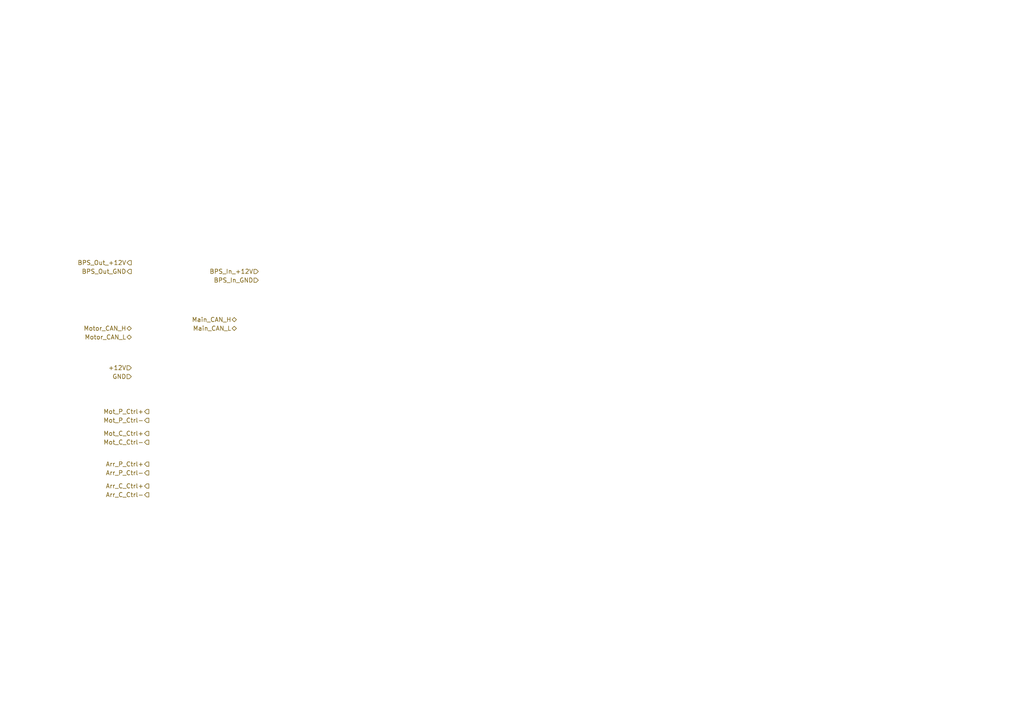
<source format=kicad_sch>
(kicad_sch (version 20230121) (generator eeschema)
  (paper "A4")
  (lib_symbols)
  (hierarchical_label "Mot_C_Ctrl+" (shape output) (at 43.18 125.73 180))
  (hierarchical_label "+12V" (shape input) (at 38.1 106.68 180))
  (hierarchical_label "Arr_P_Ctrl+" (shape output) (at 43.18 134.62 180))
  (hierarchical_label "GND" (shape input) (at 38.1 109.22 180))
  (hierarchical_label "BPS_Out_GND" (shape output) (at 38.1 78.74 180))
  (hierarchical_label "BPS_In_+12V" (shape input) (at 74.93 78.74 180))
  (hierarchical_label "Motor_CAN_H" (shape bidirectional) (at 38.1 95.25 180))
  (hierarchical_label "Mot_P_Ctrl-" (shape output) (at 43.18 121.92 180))
  (hierarchical_label "Main_CAN_H" (shape bidirectional) (at 68.58 92.71 180))
  (hierarchical_label "Main_CAN_L" (shape bidirectional) (at 68.58 95.25 180))
  (hierarchical_label "Arr_C_Ctrl+" (shape output) (at 43.18 140.97 180))
  (hierarchical_label "Mot_C_Ctrl-" (shape output) (at 43.18 128.27 180))
  (hierarchical_label "Motor_CAN_L" (shape bidirectional) (at 38.1 97.79 180))
  (hierarchical_label "Arr_C_Ctrl-" (shape output) (at 43.18 143.51 180))
  (hierarchical_label "BPS_Out_+12V" (shape output) (at 38.1 76.2 180))
  (hierarchical_label "Mot_P_Ctrl+" (shape output) (at 43.18 119.38 180))
  (hierarchical_label "BPS_In_GND" (shape input) (at 74.93 81.28 180))
  (hierarchical_label "Arr_P_Ctrl-" (shape output) (at 43.18 137.16 180))
)
</source>
